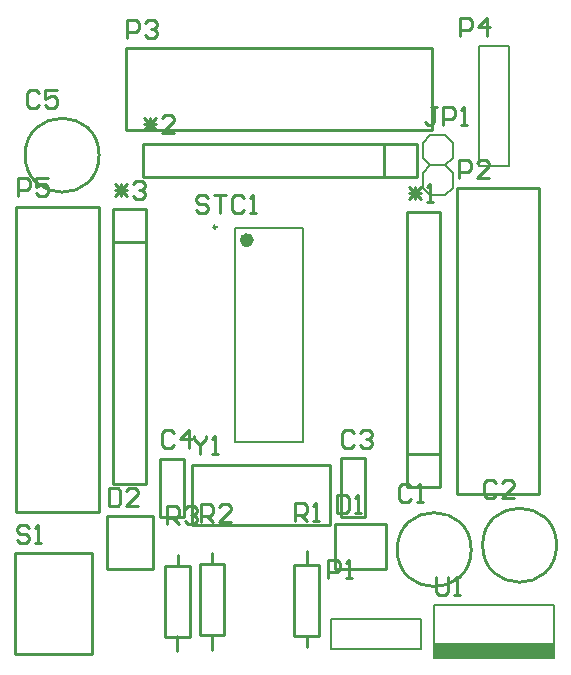
<source format=gto>
G04 Layer_Color=65535*
%FSLAX25Y25*%
%MOIN*%
G70*
G01*
G75*
%ADD13C,0.01000*%
%ADD31C,0.02362*%
%ADD32C,0.00984*%
%ADD33C,0.00600*%
%ADD34C,0.00787*%
%ADD35C,0.00800*%
%ADD36R,0.40000X0.05000*%
D13*
X408787Y324000D02*
G03*
X408787Y324000I-12326J0D01*
G01*
X561287Y194000D02*
G03*
X561287Y194000I-12326J0D01*
G01*
X532826Y192539D02*
G03*
X532826Y192539I-12326J0D01*
G01*
X380800Y157700D02*
Y191300D01*
X406300D01*
Y157700D02*
Y191300D01*
X380800Y157700D02*
X406300D01*
X511500Y224500D02*
X522500D01*
X511500Y213500D02*
X522500D01*
Y305000D01*
X511500D02*
X522500D01*
X511500Y213500D02*
Y305000D01*
X423279Y316783D02*
X514780D01*
X423279D02*
Y327783D01*
X514780D01*
Y316783D02*
Y327783D01*
X503780Y316783D02*
Y327783D01*
X413500Y295000D02*
X424500D01*
X413500Y306000D02*
X424500D01*
X413500Y214500D02*
Y306000D01*
Y214500D02*
X424500D01*
Y306000D01*
X528158Y211100D02*
X555558D01*
Y313000D01*
X528158D02*
X555558D01*
X528158Y211100D02*
Y313000D01*
X417715Y359677D02*
X519615D01*
Y332277D02*
Y359677D01*
X417715Y332277D02*
X519615D01*
X417715D02*
Y359677D01*
X381214Y306813D02*
X408614D01*
X381214Y204913D02*
Y306813D01*
Y204913D02*
X408614D01*
Y306813D01*
X439799Y200890D02*
X485799D01*
X439799D02*
Y220890D01*
X485799D01*
Y200890D02*
Y220890D01*
X439055Y163543D02*
Y187205D01*
X430787Y163543D02*
X439055D01*
X430787D02*
Y187205D01*
X439055D01*
X435000D02*
Y190905D01*
X434803Y158740D02*
Y163622D01*
X446303Y159240D02*
Y164122D01*
X446500Y187705D02*
Y191405D01*
X442287Y187705D02*
X450555D01*
X442287Y164043D02*
Y187705D01*
Y164043D02*
X450555D01*
Y187705D01*
X473898Y163701D02*
Y187362D01*
X482165D01*
Y163701D02*
Y187362D01*
X473898Y163701D02*
X482165D01*
X477953Y160000D02*
Y163701D01*
X478150Y187284D02*
Y192165D01*
X411428Y186034D02*
Y203734D01*
X426628D01*
Y186034D02*
Y203734D01*
X411428Y186034D02*
X426628D01*
X487500Y185950D02*
X504500D01*
X487500D02*
Y201150D01*
X504500D01*
Y185950D02*
Y201150D01*
X437067Y203248D02*
Y222815D01*
X429075D02*
X437067D01*
X429075Y203248D02*
Y222815D01*
Y203248D02*
X437067D01*
X489390Y203405D02*
Y222972D01*
Y203405D02*
X497382D01*
Y222972D01*
X489390D02*
X497382D01*
X521299Y339998D02*
X519299D01*
X520299D01*
Y335000D01*
X519299Y334000D01*
X518300D01*
X517300Y335000D01*
X523298Y334000D02*
Y339998D01*
X526297D01*
X527297Y338998D01*
Y336999D01*
X526297Y335999D01*
X523298D01*
X529296Y334000D02*
X531295D01*
X530296D01*
Y339998D01*
X529296Y338998D01*
X528950Y363850D02*
Y369848D01*
X531949D01*
X532949Y368848D01*
Y366849D01*
X531949Y365849D01*
X528950D01*
X537947Y363850D02*
Y369848D01*
X534948Y366849D01*
X538947D01*
X485000Y183000D02*
Y188998D01*
X487999D01*
X488999Y187998D01*
Y185999D01*
X487999Y184999D01*
X485000D01*
X490998Y183000D02*
X492997D01*
X491998D01*
Y188998D01*
X490998Y187998D01*
X440338Y230343D02*
Y229343D01*
X442337Y227344D01*
X444337Y229343D01*
Y230343D01*
X442337Y227344D02*
Y224345D01*
X446336D02*
X448335D01*
X447335D01*
Y230343D01*
X446336Y229343D01*
X521100Y183398D02*
Y178400D01*
X522100Y177400D01*
X524099D01*
X525099Y178400D01*
Y183398D01*
X527098Y177400D02*
X529097D01*
X528098D01*
Y183398D01*
X527098Y182398D01*
X445149Y309748D02*
X444149Y310748D01*
X442150D01*
X441150Y309748D01*
Y308749D01*
X442150Y307749D01*
X444149D01*
X445149Y306749D01*
Y305750D01*
X444149Y304750D01*
X442150D01*
X441150Y305750D01*
X447148Y310748D02*
X451147D01*
X449147D01*
Y304750D01*
X457145Y309748D02*
X456145Y310748D01*
X454146D01*
X453146Y309748D01*
Y305750D01*
X454146Y304750D01*
X456145D01*
X457145Y305750D01*
X459144Y304750D02*
X461143D01*
X460144D01*
Y310748D01*
X459144Y309748D01*
X385299Y199798D02*
X384299Y200798D01*
X382300D01*
X381300Y199798D01*
Y198799D01*
X382300Y197799D01*
X384299D01*
X385299Y196799D01*
Y195800D01*
X384299Y194800D01*
X382300D01*
X381300Y195800D01*
X387298Y194800D02*
X389297D01*
X388298D01*
Y200798D01*
X387298Y199798D01*
X431300Y201200D02*
Y207198D01*
X434299D01*
X435299Y206198D01*
Y204199D01*
X434299Y203199D01*
X431300D01*
X433299D02*
X435299Y201200D01*
X437298Y206198D02*
X438298Y207198D01*
X440297D01*
X441297Y206198D01*
Y205199D01*
X440297Y204199D01*
X439297D01*
X440297D01*
X441297Y203199D01*
Y202200D01*
X440297Y201200D01*
X438298D01*
X437298Y202200D01*
X442800Y201800D02*
Y207798D01*
X445799D01*
X446799Y206798D01*
Y204799D01*
X445799Y203799D01*
X442800D01*
X444799D02*
X446799Y201800D01*
X452797D02*
X448798D01*
X452797Y205799D01*
Y206798D01*
X451797Y207798D01*
X449798D01*
X448798Y206798D01*
X474153Y202205D02*
Y208204D01*
X477152D01*
X478152Y207204D01*
Y205205D01*
X477152Y204205D01*
X474153D01*
X476152D02*
X478152Y202205D01*
X480151D02*
X482150D01*
X481150D01*
Y208204D01*
X480151Y207204D01*
X381664Y310363D02*
Y316361D01*
X384663D01*
X385663Y315361D01*
Y313362D01*
X384663Y312362D01*
X381664D01*
X391661Y316361D02*
X387662D01*
Y313362D01*
X389661Y314362D01*
X390661D01*
X391661Y313362D01*
Y311363D01*
X390661Y310363D01*
X388662D01*
X387662Y311363D01*
X418165Y363127D02*
Y369125D01*
X421164D01*
X422163Y368125D01*
Y366126D01*
X421164Y365126D01*
X418165D01*
X424163Y368125D02*
X425162Y369125D01*
X427162D01*
X428161Y368125D01*
Y367126D01*
X427162Y366126D01*
X426162D01*
X427162D01*
X428161Y365126D01*
Y364126D01*
X427162Y363127D01*
X425162D01*
X424163Y364126D01*
X528658Y316500D02*
Y322498D01*
X531657D01*
X532657Y321499D01*
Y319499D01*
X531657Y318500D01*
X528658D01*
X538655Y316500D02*
X534656D01*
X538655Y320499D01*
Y321499D01*
X537655Y322498D01*
X535656D01*
X534656Y321499D01*
X411928Y213232D02*
Y207234D01*
X414927D01*
X415926Y208233D01*
Y212232D01*
X414927Y213232D01*
X411928D01*
X421924Y207234D02*
X417926D01*
X421924Y211233D01*
Y212232D01*
X420925Y213232D01*
X418925D01*
X417926Y212232D01*
X488000Y210698D02*
Y204700D01*
X490999D01*
X491999Y205700D01*
Y209698D01*
X490999Y210698D01*
X488000D01*
X493998Y204700D02*
X495997D01*
X494998D01*
Y210698D01*
X493998Y209698D01*
X388599Y344798D02*
X387599Y345798D01*
X385600D01*
X384600Y344798D01*
Y340800D01*
X385600Y339800D01*
X387599D01*
X388599Y340800D01*
X394597Y345798D02*
X390598D01*
Y342799D01*
X392597Y343799D01*
X393597D01*
X394597Y342799D01*
Y340800D01*
X393597Y339800D01*
X391598D01*
X390598Y340800D01*
X433609Y231309D02*
X432609Y232308D01*
X430610D01*
X429610Y231309D01*
Y227310D01*
X430610Y226310D01*
X432609D01*
X433609Y227310D01*
X438607Y226310D02*
Y232308D01*
X435608Y229309D01*
X439607D01*
X493845Y231509D02*
X492845Y232508D01*
X490846D01*
X489847Y231509D01*
Y227510D01*
X490846Y226510D01*
X492845D01*
X493845Y227510D01*
X495845Y231509D02*
X496844Y232508D01*
X498843D01*
X499843Y231509D01*
Y230509D01*
X498843Y229509D01*
X497844D01*
X498843D01*
X499843Y228510D01*
Y227510D01*
X498843Y226510D01*
X496844D01*
X495845Y227510D01*
X541099Y214798D02*
X540099Y215798D01*
X538100D01*
X537100Y214798D01*
Y210800D01*
X538100Y209800D01*
X540099D01*
X541099Y210800D01*
X547097Y209800D02*
X543098D01*
X547097Y213799D01*
Y214798D01*
X546097Y215798D01*
X544098D01*
X543098Y214798D01*
X512699Y213398D02*
X511699Y214398D01*
X509700D01*
X508700Y213398D01*
Y209400D01*
X509700Y208400D01*
X511699D01*
X512699Y209400D01*
X514698Y208400D02*
X516697D01*
X515698D01*
Y214398D01*
X514698Y213398D01*
X414000Y314498D02*
X417999Y310500D01*
X414000D02*
X417999Y314498D01*
X414000Y312499D02*
X417999D01*
X415999Y310500D02*
Y314498D01*
X419998D02*
X420998Y315498D01*
X422997D01*
X423997Y314498D01*
Y313499D01*
X422997Y312499D01*
X421997D01*
X422997D01*
X423997Y311499D01*
Y310500D01*
X422997Y309500D01*
X420998D01*
X419998Y310500D01*
X423779Y336282D02*
X427778Y332283D01*
X423779D02*
X427778Y336282D01*
X423779Y334282D02*
X427778D01*
X425779Y332283D02*
Y336282D01*
X433776Y331283D02*
X429778D01*
X433776Y335282D01*
Y336282D01*
X432777Y337281D01*
X430777D01*
X429778Y336282D01*
X512000Y313498D02*
X515999Y309500D01*
X512000D02*
X515999Y313498D01*
X512000Y311499D02*
X515999D01*
X513999Y309500D02*
Y313498D01*
X517998Y308500D02*
X519997D01*
X518998D01*
Y314498D01*
X517998Y313498D01*
D31*
X459201Y295693D02*
G03*
X459201Y295693I-1181J0D01*
G01*
D32*
X447882Y300043D02*
G03*
X447882Y300043I-492J0D01*
G01*
D33*
X516614Y323169D02*
Y328169D01*
X519114Y330669D01*
X524114D02*
X526614Y328169D01*
X519114Y330669D02*
X524114D01*
X516614Y318169D02*
X519114Y320669D01*
X516614Y313169D02*
Y318169D01*
Y313169D02*
X519114Y310669D01*
X524114D01*
X526614Y313169D01*
Y318169D01*
X524114Y320669D02*
X526614Y318169D01*
X516614Y323169D02*
X519114Y320669D01*
X524114D01*
X526614Y323169D01*
Y328169D01*
D34*
X535500Y320500D02*
X545500D01*
X535500D02*
Y360500D01*
X545500Y320500D02*
Y360500D01*
X535500D02*
X545500D01*
X486000Y159500D02*
Y169500D01*
X516000D01*
Y159500D02*
Y169500D01*
X486000Y159500D02*
X516000D01*
X454083Y228370D02*
X476917D01*
X454083Y299630D02*
X476917D01*
Y228370D02*
Y299630D01*
X454083Y228370D02*
Y299630D01*
D35*
X520500Y174000D02*
X560500D01*
X520500Y156500D02*
Y174000D01*
Y156500D02*
X560500D01*
Y174000D01*
D36*
X540500Y159000D02*
D03*
M02*

</source>
